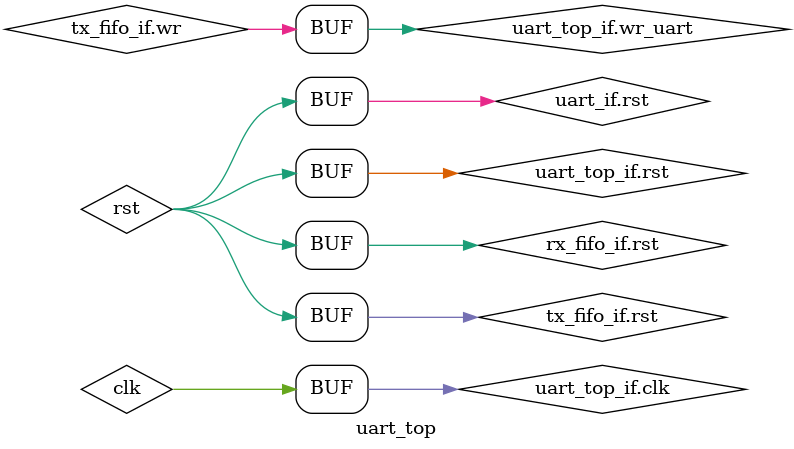
<source format=sv>
module uart_top 
#(parameter CLK_FREQ_HZ = 100 * 10**6, BAUD_RATE = 9600)
(
    uart_top_if.DUT uart_top_if
);

    logic clk, rst;

    uart_fifo_if  tx_fifo_if (.clk), rx_fifo_if (.clk);
    uart_if uart_if (.clk);

    uart_fifo tx_fifo (tx_fifo_if);
    uart_fifo rx_fifo (rx_fifo_if);

    uart #(.CLK_FREQ_HZ(CLK_FREQ_HZ), .BAUD_RATE(BAUD_RATE)) uart (uart_if);

    // Connect global clock and reset
    assign clk = uart_top_if.clk;
    assign rst = uart_top_if.rst;

    assign uart_if.rst = rst;
    assign rx_fifo_if.rst = rst;
    assign tx_fifo_if.rst = rst;

    // Connect RX and TX signals
    assign uart_top_if.tx = uart_if.tx;
    assign uart_if.rx = uart_top_if.rx;

    // UART top module to TX FIFO connection
    assign tx_fifo_if.wr_data        = uart_top_if.tx_din;
    assign tx_fifo_if.wr             = uart_top_if.wr_uart;
    assign uart_top_if.tx_fifo_empty = tx_fifo_if.empty;
    assign uart_top_if.tx_fifo_full  = tx_fifo_if.full;
    assign uart_top_if.tx_fifo_cnt   = tx_fifo_if.count;

    // UART TX module and TX FIFO connection
    assign tx_fifo_if.rd    = uart_if.tx_done;
    assign uart_if.din      = tx_fifo_if.rd_data;
    assign uart_if.tx_start = ~tx_fifo_if.empty;

    // UART top module to RX FIFO connection
    assign uart_top_if.rx_dout       = rx_fifo_if.rd_data;
    assign rx_fifo_if.rd             = uart_top_if.rd_uart;
    assign uart_top_if.rx_fifo_empty = rx_fifo_if.empty;
    assign uart_top_if.rx_fifo_full  = rx_fifo_if.full;
    assign uart_top_if.rx_fifo_cnt   = rx_fifo_if.count;

    // UART RX module and RX FIFO connection
    assign rx_fifo_if.wr_data = uart_if.dout;
    assign rx_fifo_if.wr      = uart_if.rx_done;

endmodule: uart_top
</source>
